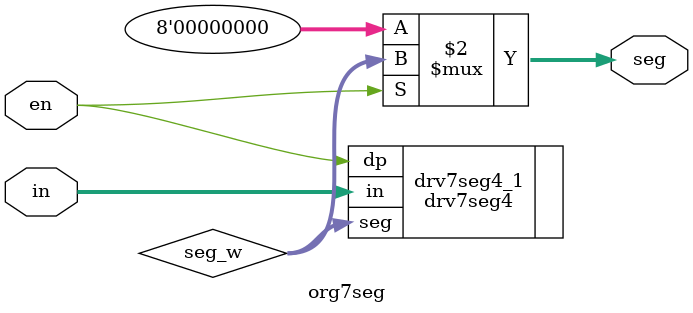
<source format=sv>
module org7seg (
    input logic [3:0] in,
    input logic en,
    output logic [7:0] seg
);

    logic [7:0] seg_w;

    drv7seg4 drv7seg4_1 (.in(in), .dp(en), .seg(seg_w));

    assign seg = (en == 1'b1) ? seg_w : 8'h00;

endmodule
</source>
